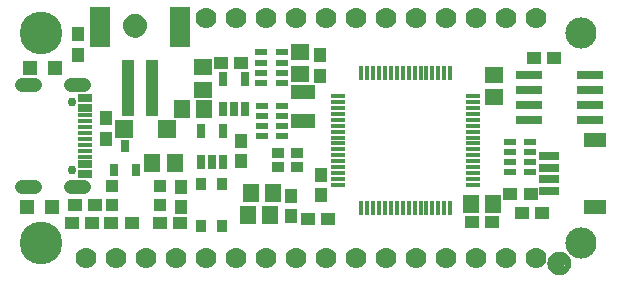
<source format=gbr>
G04 EAGLE Gerber RS-274X export*
G75*
%MOMM*%
%FSLAX34Y34*%
%LPD*%
%INSoldermask Top*%
%IPPOS*%
%AMOC8*
5,1,8,0,0,1.08239X$1,22.5*%
G01*
%ADD10C,2.641600*%
%ADD11R,1.341600X1.601600*%
%ADD12R,1.101600X1.176600*%
%ADD13R,1.301600X1.301600*%
%ADD14R,1.176600X1.101600*%
%ADD15C,1.101600*%
%ADD16C,0.500000*%
%ADD17R,1.001600X1.001600*%
%ADD18C,3.617600*%
%ADD19R,0.651600X1.301600*%
%ADD20C,1.778000*%
%ADD21R,1.101600X4.701600*%
%ADD22R,1.701600X3.501600*%
%ADD23R,1.601600X1.341600*%
%ADD24R,2.001600X1.201600*%
%ADD25R,0.951600X1.101600*%
%ADD26R,2.301600X0.701600*%
%ADD27R,1.501600X1.501600*%
%ADD28R,0.736600X1.117600*%
%ADD29R,1.001600X0.551600*%
%ADD30R,1.244600X0.406400*%
%ADD31R,0.406400X1.244600*%
%ADD32R,1.651600X0.701600*%
%ADD33R,1.901600X1.301600*%
%ADD34R,1.251600X0.676600*%
%ADD35R,1.251600X0.376600*%
%ADD36C,1.209600*%
%ADD37C,0.751600*%
%ADD38R,1.001600X0.851600*%


D10*
X482600Y203200D03*
X482600Y25400D03*
D11*
X119455Y92475D03*
X138455Y92475D03*
D12*
X261790Y166762D03*
X261790Y183762D03*
D11*
X144135Y138580D03*
X163135Y138580D03*
D13*
X15950Y173590D03*
X36950Y173590D03*
D14*
X125993Y41541D03*
X142993Y41541D03*
D12*
X56515Y201540D03*
X56515Y184540D03*
D15*
X104775Y208915D03*
D16*
X112275Y208915D02*
X112273Y209096D01*
X112266Y209277D01*
X112255Y209458D01*
X112240Y209639D01*
X112220Y209819D01*
X112196Y209999D01*
X112168Y210178D01*
X112135Y210356D01*
X112098Y210533D01*
X112057Y210710D01*
X112012Y210885D01*
X111962Y211060D01*
X111908Y211233D01*
X111850Y211404D01*
X111788Y211575D01*
X111721Y211743D01*
X111651Y211910D01*
X111577Y212076D01*
X111498Y212239D01*
X111416Y212400D01*
X111330Y212560D01*
X111240Y212717D01*
X111146Y212872D01*
X111049Y213025D01*
X110947Y213175D01*
X110843Y213323D01*
X110734Y213469D01*
X110623Y213611D01*
X110507Y213751D01*
X110389Y213888D01*
X110267Y214023D01*
X110142Y214154D01*
X110014Y214282D01*
X109883Y214407D01*
X109748Y214529D01*
X109611Y214647D01*
X109471Y214763D01*
X109329Y214874D01*
X109183Y214983D01*
X109035Y215087D01*
X108885Y215189D01*
X108732Y215286D01*
X108577Y215380D01*
X108420Y215470D01*
X108260Y215556D01*
X108099Y215638D01*
X107936Y215717D01*
X107770Y215791D01*
X107603Y215861D01*
X107435Y215928D01*
X107264Y215990D01*
X107093Y216048D01*
X106920Y216102D01*
X106745Y216152D01*
X106570Y216197D01*
X106393Y216238D01*
X106216Y216275D01*
X106038Y216308D01*
X105859Y216336D01*
X105679Y216360D01*
X105499Y216380D01*
X105318Y216395D01*
X105137Y216406D01*
X104956Y216413D01*
X104775Y216415D01*
X112275Y208915D02*
X112273Y208734D01*
X112266Y208553D01*
X112255Y208372D01*
X112240Y208191D01*
X112220Y208011D01*
X112196Y207831D01*
X112168Y207652D01*
X112135Y207474D01*
X112098Y207297D01*
X112057Y207120D01*
X112012Y206945D01*
X111962Y206770D01*
X111908Y206597D01*
X111850Y206426D01*
X111788Y206255D01*
X111721Y206087D01*
X111651Y205920D01*
X111577Y205754D01*
X111498Y205591D01*
X111416Y205430D01*
X111330Y205270D01*
X111240Y205113D01*
X111146Y204958D01*
X111049Y204805D01*
X110947Y204655D01*
X110843Y204507D01*
X110734Y204361D01*
X110623Y204219D01*
X110507Y204079D01*
X110389Y203942D01*
X110267Y203807D01*
X110142Y203676D01*
X110014Y203548D01*
X109883Y203423D01*
X109748Y203301D01*
X109611Y203183D01*
X109471Y203067D01*
X109329Y202956D01*
X109183Y202847D01*
X109035Y202743D01*
X108885Y202641D01*
X108732Y202544D01*
X108577Y202450D01*
X108420Y202360D01*
X108260Y202274D01*
X108099Y202192D01*
X107936Y202113D01*
X107770Y202039D01*
X107603Y201969D01*
X107435Y201902D01*
X107264Y201840D01*
X107093Y201782D01*
X106920Y201728D01*
X106745Y201678D01*
X106570Y201633D01*
X106393Y201592D01*
X106216Y201555D01*
X106038Y201522D01*
X105859Y201494D01*
X105679Y201470D01*
X105499Y201450D01*
X105318Y201435D01*
X105137Y201424D01*
X104956Y201417D01*
X104775Y201415D01*
X104594Y201417D01*
X104413Y201424D01*
X104232Y201435D01*
X104051Y201450D01*
X103871Y201470D01*
X103691Y201494D01*
X103512Y201522D01*
X103334Y201555D01*
X103157Y201592D01*
X102980Y201633D01*
X102805Y201678D01*
X102630Y201728D01*
X102457Y201782D01*
X102286Y201840D01*
X102115Y201902D01*
X101947Y201969D01*
X101780Y202039D01*
X101614Y202113D01*
X101451Y202192D01*
X101290Y202274D01*
X101130Y202360D01*
X100973Y202450D01*
X100818Y202544D01*
X100665Y202641D01*
X100515Y202743D01*
X100367Y202847D01*
X100221Y202956D01*
X100079Y203067D01*
X99939Y203183D01*
X99802Y203301D01*
X99667Y203423D01*
X99536Y203548D01*
X99408Y203676D01*
X99283Y203807D01*
X99161Y203942D01*
X99043Y204079D01*
X98927Y204219D01*
X98816Y204361D01*
X98707Y204507D01*
X98603Y204655D01*
X98501Y204805D01*
X98404Y204958D01*
X98310Y205113D01*
X98220Y205270D01*
X98134Y205430D01*
X98052Y205591D01*
X97973Y205754D01*
X97899Y205920D01*
X97829Y206087D01*
X97762Y206255D01*
X97700Y206426D01*
X97642Y206597D01*
X97588Y206770D01*
X97538Y206945D01*
X97493Y207120D01*
X97452Y207297D01*
X97415Y207474D01*
X97382Y207652D01*
X97354Y207831D01*
X97330Y208011D01*
X97310Y208191D01*
X97295Y208372D01*
X97284Y208553D01*
X97277Y208734D01*
X97275Y208915D01*
X97277Y209096D01*
X97284Y209277D01*
X97295Y209458D01*
X97310Y209639D01*
X97330Y209819D01*
X97354Y209999D01*
X97382Y210178D01*
X97415Y210356D01*
X97452Y210533D01*
X97493Y210710D01*
X97538Y210885D01*
X97588Y211060D01*
X97642Y211233D01*
X97700Y211404D01*
X97762Y211575D01*
X97829Y211743D01*
X97899Y211910D01*
X97973Y212076D01*
X98052Y212239D01*
X98134Y212400D01*
X98220Y212560D01*
X98310Y212717D01*
X98404Y212872D01*
X98501Y213025D01*
X98603Y213175D01*
X98707Y213323D01*
X98816Y213469D01*
X98927Y213611D01*
X99043Y213751D01*
X99161Y213888D01*
X99283Y214023D01*
X99408Y214154D01*
X99536Y214282D01*
X99667Y214407D01*
X99802Y214529D01*
X99939Y214647D01*
X100079Y214763D01*
X100221Y214874D01*
X100367Y214983D01*
X100515Y215087D01*
X100665Y215189D01*
X100818Y215286D01*
X100973Y215380D01*
X101130Y215470D01*
X101290Y215556D01*
X101451Y215638D01*
X101614Y215717D01*
X101780Y215791D01*
X101947Y215861D01*
X102115Y215928D01*
X102286Y215990D01*
X102457Y216048D01*
X102630Y216102D01*
X102805Y216152D01*
X102980Y216197D01*
X103157Y216238D01*
X103334Y216275D01*
X103512Y216308D01*
X103691Y216336D01*
X103871Y216360D01*
X104051Y216380D01*
X104232Y216395D01*
X104413Y216406D01*
X104594Y216413D01*
X104775Y216415D01*
D15*
X464022Y7690D03*
D16*
X471522Y7690D02*
X471520Y7871D01*
X471513Y8052D01*
X471502Y8233D01*
X471487Y8414D01*
X471467Y8594D01*
X471443Y8774D01*
X471415Y8953D01*
X471382Y9131D01*
X471345Y9308D01*
X471304Y9485D01*
X471259Y9660D01*
X471209Y9835D01*
X471155Y10008D01*
X471097Y10179D01*
X471035Y10350D01*
X470968Y10518D01*
X470898Y10685D01*
X470824Y10851D01*
X470745Y11014D01*
X470663Y11175D01*
X470577Y11335D01*
X470487Y11492D01*
X470393Y11647D01*
X470296Y11800D01*
X470194Y11950D01*
X470090Y12098D01*
X469981Y12244D01*
X469870Y12386D01*
X469754Y12526D01*
X469636Y12663D01*
X469514Y12798D01*
X469389Y12929D01*
X469261Y13057D01*
X469130Y13182D01*
X468995Y13304D01*
X468858Y13422D01*
X468718Y13538D01*
X468576Y13649D01*
X468430Y13758D01*
X468282Y13862D01*
X468132Y13964D01*
X467979Y14061D01*
X467824Y14155D01*
X467667Y14245D01*
X467507Y14331D01*
X467346Y14413D01*
X467183Y14492D01*
X467017Y14566D01*
X466850Y14636D01*
X466682Y14703D01*
X466511Y14765D01*
X466340Y14823D01*
X466167Y14877D01*
X465992Y14927D01*
X465817Y14972D01*
X465640Y15013D01*
X465463Y15050D01*
X465285Y15083D01*
X465106Y15111D01*
X464926Y15135D01*
X464746Y15155D01*
X464565Y15170D01*
X464384Y15181D01*
X464203Y15188D01*
X464022Y15190D01*
X471522Y7690D02*
X471520Y7509D01*
X471513Y7328D01*
X471502Y7147D01*
X471487Y6966D01*
X471467Y6786D01*
X471443Y6606D01*
X471415Y6427D01*
X471382Y6249D01*
X471345Y6072D01*
X471304Y5895D01*
X471259Y5720D01*
X471209Y5545D01*
X471155Y5372D01*
X471097Y5201D01*
X471035Y5030D01*
X470968Y4862D01*
X470898Y4695D01*
X470824Y4529D01*
X470745Y4366D01*
X470663Y4205D01*
X470577Y4045D01*
X470487Y3888D01*
X470393Y3733D01*
X470296Y3580D01*
X470194Y3430D01*
X470090Y3282D01*
X469981Y3136D01*
X469870Y2994D01*
X469754Y2854D01*
X469636Y2717D01*
X469514Y2582D01*
X469389Y2451D01*
X469261Y2323D01*
X469130Y2198D01*
X468995Y2076D01*
X468858Y1958D01*
X468718Y1842D01*
X468576Y1731D01*
X468430Y1622D01*
X468282Y1518D01*
X468132Y1416D01*
X467979Y1319D01*
X467824Y1225D01*
X467667Y1135D01*
X467507Y1049D01*
X467346Y967D01*
X467183Y888D01*
X467017Y814D01*
X466850Y744D01*
X466682Y677D01*
X466511Y615D01*
X466340Y557D01*
X466167Y503D01*
X465992Y453D01*
X465817Y408D01*
X465640Y367D01*
X465463Y330D01*
X465285Y297D01*
X465106Y269D01*
X464926Y245D01*
X464746Y225D01*
X464565Y210D01*
X464384Y199D01*
X464203Y192D01*
X464022Y190D01*
X463841Y192D01*
X463660Y199D01*
X463479Y210D01*
X463298Y225D01*
X463118Y245D01*
X462938Y269D01*
X462759Y297D01*
X462581Y330D01*
X462404Y367D01*
X462227Y408D01*
X462052Y453D01*
X461877Y503D01*
X461704Y557D01*
X461533Y615D01*
X461362Y677D01*
X461194Y744D01*
X461027Y814D01*
X460861Y888D01*
X460698Y967D01*
X460537Y1049D01*
X460377Y1135D01*
X460220Y1225D01*
X460065Y1319D01*
X459912Y1416D01*
X459762Y1518D01*
X459614Y1622D01*
X459468Y1731D01*
X459326Y1842D01*
X459186Y1958D01*
X459049Y2076D01*
X458914Y2198D01*
X458783Y2323D01*
X458655Y2451D01*
X458530Y2582D01*
X458408Y2717D01*
X458290Y2854D01*
X458174Y2994D01*
X458063Y3136D01*
X457954Y3282D01*
X457850Y3430D01*
X457748Y3580D01*
X457651Y3733D01*
X457557Y3888D01*
X457467Y4045D01*
X457381Y4205D01*
X457299Y4366D01*
X457220Y4529D01*
X457146Y4695D01*
X457076Y4862D01*
X457009Y5030D01*
X456947Y5201D01*
X456889Y5372D01*
X456835Y5545D01*
X456785Y5720D01*
X456740Y5895D01*
X456699Y6072D01*
X456662Y6249D01*
X456629Y6427D01*
X456601Y6606D01*
X456577Y6786D01*
X456557Y6966D01*
X456542Y7147D01*
X456531Y7328D01*
X456524Y7509D01*
X456522Y7690D01*
X456524Y7871D01*
X456531Y8052D01*
X456542Y8233D01*
X456557Y8414D01*
X456577Y8594D01*
X456601Y8774D01*
X456629Y8953D01*
X456662Y9131D01*
X456699Y9308D01*
X456740Y9485D01*
X456785Y9660D01*
X456835Y9835D01*
X456889Y10008D01*
X456947Y10179D01*
X457009Y10350D01*
X457076Y10518D01*
X457146Y10685D01*
X457220Y10851D01*
X457299Y11014D01*
X457381Y11175D01*
X457467Y11335D01*
X457557Y11492D01*
X457651Y11647D01*
X457748Y11800D01*
X457850Y11950D01*
X457954Y12098D01*
X458063Y12244D01*
X458174Y12386D01*
X458290Y12526D01*
X458408Y12663D01*
X458530Y12798D01*
X458655Y12929D01*
X458783Y13057D01*
X458914Y13182D01*
X459049Y13304D01*
X459186Y13422D01*
X459326Y13538D01*
X459468Y13649D01*
X459614Y13758D01*
X459762Y13862D01*
X459912Y13964D01*
X460065Y14061D01*
X460220Y14155D01*
X460377Y14245D01*
X460537Y14331D01*
X460698Y14413D01*
X460861Y14492D01*
X461027Y14566D01*
X461194Y14636D01*
X461362Y14703D01*
X461533Y14765D01*
X461704Y14823D01*
X461877Y14877D01*
X462052Y14927D01*
X462227Y14972D01*
X462404Y15013D01*
X462581Y15050D01*
X462759Y15083D01*
X462938Y15111D01*
X463118Y15135D01*
X463298Y15155D01*
X463479Y15170D01*
X463660Y15181D01*
X463841Y15188D01*
X464022Y15190D01*
D17*
X84910Y57405D03*
X84910Y73405D03*
X125910Y73405D03*
X125910Y57405D03*
D18*
X25400Y203200D03*
X25400Y25400D03*
D19*
X160680Y93679D03*
X170180Y93679D03*
X179680Y93679D03*
X179680Y119681D03*
X160680Y119681D03*
D20*
X444500Y12700D03*
X419100Y12700D03*
X393700Y12700D03*
X368300Y12700D03*
X342900Y12700D03*
X317500Y12700D03*
X292100Y12700D03*
X266700Y12700D03*
X241300Y12700D03*
X215900Y12700D03*
X190500Y12700D03*
X165100Y12700D03*
X139700Y12700D03*
X114300Y12700D03*
X88900Y12700D03*
X63500Y12700D03*
D21*
X99220Y156040D03*
X119220Y156040D03*
D22*
X75220Y208040D03*
X143220Y208040D03*
D20*
X165100Y215900D03*
X190500Y215900D03*
X215900Y215900D03*
X241300Y215900D03*
X266700Y215900D03*
X292100Y215900D03*
X317500Y215900D03*
X342900Y215900D03*
X368300Y215900D03*
X393700Y215900D03*
X419100Y215900D03*
X444500Y215900D03*
D19*
X179095Y138129D03*
X188595Y138129D03*
X198095Y138129D03*
X198095Y164131D03*
X179095Y164131D03*
D13*
X34630Y55880D03*
X13630Y55880D03*
D14*
X51698Y41910D03*
X68698Y41910D03*
D23*
X161925Y173965D03*
X161925Y154965D03*
D14*
X177555Y177800D03*
X194555Y177800D03*
D24*
X246888Y152716D03*
X246888Y128716D03*
D23*
X244475Y167792D03*
X244475Y186792D03*
D25*
X178041Y74777D03*
X178041Y39777D03*
X160541Y74777D03*
X160541Y39777D03*
D26*
X490185Y142113D03*
X438185Y142113D03*
X490185Y129413D03*
X490185Y154813D03*
X490185Y167513D03*
X438185Y129413D03*
X438185Y154813D03*
X438185Y167513D03*
D12*
X143383Y72635D03*
X143383Y55635D03*
X236778Y47938D03*
X236778Y64938D03*
D27*
X132165Y121920D03*
X95165Y121920D03*
D28*
X96520Y107155D03*
X106020Y87155D03*
X87020Y87155D03*
D29*
X211845Y160355D03*
X228845Y160355D03*
X211845Y169355D03*
X211845Y177355D03*
X211845Y186355D03*
X228845Y186355D03*
X228845Y169355D03*
X228845Y177355D03*
D12*
X194310Y94370D03*
X194310Y111370D03*
D30*
X277010Y149260D03*
X277010Y144260D03*
X277010Y139260D03*
X277010Y134260D03*
X277010Y129260D03*
X277010Y124260D03*
X277010Y119260D03*
X277010Y114260D03*
X277010Y109260D03*
X277010Y104260D03*
X277010Y99260D03*
X277010Y94260D03*
X277010Y89260D03*
X277010Y84260D03*
X277010Y79260D03*
X277010Y74260D03*
D31*
X296510Y54760D03*
X301510Y54760D03*
X306510Y54760D03*
X311510Y54760D03*
X316510Y54760D03*
X321510Y54760D03*
X326510Y54760D03*
X331510Y54760D03*
X336510Y54760D03*
X341510Y54760D03*
X346510Y54760D03*
X351510Y54760D03*
X356510Y54760D03*
X361510Y54760D03*
X366510Y54760D03*
X371510Y54760D03*
D30*
X391010Y74260D03*
X391010Y79260D03*
X391010Y84260D03*
X391010Y89260D03*
X391010Y94260D03*
X391010Y99260D03*
X391010Y104260D03*
X391010Y109260D03*
X391010Y114260D03*
X391010Y119260D03*
X391010Y124260D03*
X391010Y129260D03*
X391010Y134260D03*
X391010Y139260D03*
X391010Y144260D03*
X391010Y149260D03*
D31*
X371510Y168760D03*
X366510Y168760D03*
X361510Y168760D03*
X356510Y168760D03*
X351510Y168760D03*
X346510Y168760D03*
X341510Y168760D03*
X336510Y168760D03*
X331510Y168760D03*
X326510Y168760D03*
X321510Y168760D03*
X316510Y168760D03*
X311510Y168760D03*
X306510Y168760D03*
X301510Y168760D03*
X296510Y168760D03*
D14*
X84845Y41910D03*
X101845Y41910D03*
D11*
X389280Y57785D03*
X408280Y57785D03*
D23*
X408940Y148615D03*
X408940Y167615D03*
D11*
X200050Y48895D03*
X219050Y48895D03*
X221590Y67310D03*
X202590Y67310D03*
D12*
X262255Y82795D03*
X262255Y65795D03*
D32*
X454920Y78820D03*
X454920Y88820D03*
X454920Y68820D03*
X454920Y98820D03*
D33*
X493920Y55820D03*
X493920Y111820D03*
D29*
X422030Y84790D03*
X439030Y84790D03*
X422030Y93790D03*
X422030Y101790D03*
X422030Y110790D03*
X439030Y110790D03*
X439030Y93790D03*
X439030Y101790D03*
D34*
X62120Y147570D03*
X62120Y139570D03*
D35*
X62120Y133070D03*
X62120Y128070D03*
X62120Y123070D03*
X62120Y118070D03*
X62120Y113070D03*
X62120Y108070D03*
X62120Y103070D03*
X62120Y98070D03*
D34*
X62120Y91570D03*
X62120Y83570D03*
D36*
X20110Y158770D02*
X9030Y158770D01*
X9030Y72370D02*
X20110Y72370D01*
X50830Y72370D02*
X61910Y72370D01*
X61910Y158770D02*
X50830Y158770D01*
D37*
X51370Y86670D03*
X51370Y144470D03*
D14*
X70730Y57150D03*
X53730Y57150D03*
D12*
X80010Y113420D03*
X80010Y130420D03*
D38*
X241930Y101500D03*
X225430Y101500D03*
X225430Y89000D03*
X241930Y89000D03*
D29*
X212480Y115270D03*
X229480Y115270D03*
X212480Y124270D03*
X212480Y132270D03*
X212480Y141270D03*
X229480Y141270D03*
X229480Y124270D03*
X229480Y132270D03*
D14*
X449190Y50165D03*
X432190Y50165D03*
X442350Y181610D03*
X459350Y181610D03*
X422665Y66675D03*
X439665Y66675D03*
X407280Y42545D03*
X390280Y42545D03*
X268215Y45720D03*
X251215Y45720D03*
M02*

</source>
